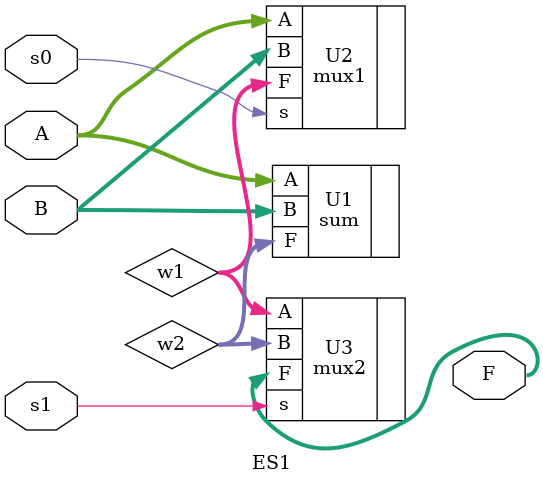
<source format=v>
module ES1 (
  input [2:0] A,B,
  input s0,s1,
  output [3:0] F
);

wire [2:0] w1;
wire [3:0] w2;

sum U1 (
   .A(A),
   .B(B),
   .F(w2)
);

mux1 U2(
   .A(A),
   .B(B),
   .s(s0),
   .F(w1)   
);

mux2 U3(
   .A(w1),
   .B(w2),
   .s(s1),
   .F(F)   
);

endmodule
</source>
